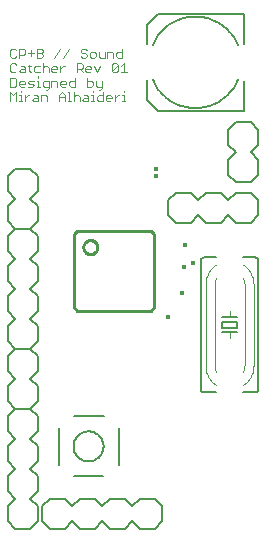
<source format=gto>
G75*
%MOIN*%
%OFA0B0*%
%FSLAX24Y24*%
%IPPOS*%
%LPD*%
%AMOC8*
5,1,8,0,0,1.08239X$1,22.5*
%
%ADD10C,0.0020*%
%ADD11C,0.0100*%
%ADD12R,0.0118X0.0118*%
%ADD13C,0.0080*%
%ADD14C,0.0060*%
D10*
X009082Y007743D02*
X009082Y010443D01*
X009382Y010443D02*
X009382Y007743D01*
X009383Y007705D01*
X009388Y007668D01*
X009395Y007631D01*
X009404Y007595D01*
X009417Y007559D01*
X009432Y007525D01*
X010332Y007082D02*
X010377Y007114D01*
X010419Y007150D01*
X010459Y007189D01*
X010496Y007231D01*
X010530Y007274D01*
X010561Y007321D01*
X010589Y007369D01*
X010613Y007419D01*
X010634Y007470D01*
X010651Y007523D01*
X010665Y007577D01*
X010674Y007632D01*
X010680Y007687D01*
X010682Y007743D01*
X010682Y010443D01*
X010382Y010443D02*
X010382Y007743D01*
X010381Y007705D01*
X010376Y007668D01*
X010369Y007631D01*
X010360Y007595D01*
X010347Y007559D01*
X010332Y007525D01*
X009432Y007082D02*
X009387Y007114D01*
X009345Y007150D01*
X009305Y007189D01*
X009268Y007230D01*
X009234Y007274D01*
X009203Y007321D01*
X009175Y007369D01*
X009151Y007419D01*
X009130Y007470D01*
X009113Y007523D01*
X009099Y007577D01*
X009090Y007632D01*
X009084Y007687D01*
X009082Y007743D01*
X009882Y008643D02*
X009882Y008843D01*
X009882Y009343D02*
X009882Y009543D01*
X010682Y010443D02*
X010680Y010499D01*
X010674Y010554D01*
X010665Y010609D01*
X010651Y010663D01*
X010634Y010716D01*
X010613Y010767D01*
X010589Y010817D01*
X010561Y010865D01*
X010530Y010912D01*
X010496Y010956D01*
X010459Y010997D01*
X010419Y011036D01*
X010377Y011072D01*
X010332Y011104D01*
X009432Y011104D02*
X009387Y011072D01*
X009345Y011036D01*
X009305Y010997D01*
X009268Y010955D01*
X009234Y010912D01*
X009203Y010865D01*
X009175Y010817D01*
X009151Y010767D01*
X009130Y010716D01*
X009113Y010663D01*
X009099Y010609D01*
X009090Y010554D01*
X009084Y010499D01*
X009082Y010443D01*
X009382Y010443D02*
X009383Y010481D01*
X009388Y010518D01*
X009395Y010555D01*
X009404Y010591D01*
X009417Y010627D01*
X009432Y010661D01*
X010332Y010661D02*
X010347Y010627D01*
X010360Y010591D01*
X010369Y010555D01*
X010376Y010518D01*
X010381Y010481D01*
X010382Y010443D01*
X006404Y016553D02*
X006304Y016553D01*
X006354Y016553D02*
X006354Y016753D01*
X006304Y016753D01*
X006209Y016753D02*
X006159Y016753D01*
X006059Y016653D01*
X005964Y016653D02*
X005764Y016653D01*
X005764Y016603D02*
X005764Y016703D01*
X005814Y016753D01*
X005914Y016753D01*
X005964Y016703D01*
X005964Y016653D01*
X005914Y016553D02*
X005814Y016553D01*
X005764Y016603D01*
X005670Y016553D02*
X005670Y016854D01*
X005670Y016753D02*
X005520Y016753D01*
X005469Y016703D01*
X005469Y016603D01*
X005520Y016553D01*
X005670Y016553D01*
X005570Y016933D02*
X005520Y016933D01*
X005570Y016933D02*
X005621Y016983D01*
X005621Y017233D01*
X005621Y017033D02*
X005470Y017033D01*
X005420Y017083D01*
X005420Y017233D01*
X005326Y017183D02*
X005326Y017083D01*
X005276Y017033D01*
X005126Y017033D01*
X005126Y017334D01*
X005126Y017233D02*
X005276Y017233D01*
X005326Y017183D01*
X005227Y017513D02*
X005127Y017513D01*
X005077Y017563D01*
X005077Y017663D01*
X005127Y017713D01*
X005227Y017713D01*
X005277Y017663D01*
X005277Y017613D01*
X005077Y017613D01*
X004982Y017663D02*
X004932Y017613D01*
X004782Y017613D01*
X004782Y017513D02*
X004782Y017814D01*
X004932Y017814D01*
X004982Y017764D01*
X004982Y017663D01*
X004882Y017613D02*
X004982Y017513D01*
X004737Y017334D02*
X004737Y017033D01*
X004586Y017033D01*
X004536Y017083D01*
X004536Y017183D01*
X004586Y017233D01*
X004737Y017233D01*
X004684Y016854D02*
X004684Y016553D01*
X004587Y016553D02*
X004487Y016553D01*
X004537Y016553D02*
X004537Y016854D01*
X004487Y016854D01*
X004393Y016753D02*
X004393Y016553D01*
X004393Y016703D02*
X004193Y016703D01*
X004193Y016753D02*
X004193Y016553D01*
X004193Y016753D02*
X004293Y016854D01*
X004393Y016753D01*
X004392Y017033D02*
X004292Y017033D01*
X004242Y017083D01*
X004242Y017183D01*
X004292Y017233D01*
X004392Y017233D01*
X004442Y017183D01*
X004442Y017133D01*
X004242Y017133D01*
X004147Y017183D02*
X004147Y017033D01*
X004147Y017183D02*
X004097Y017233D01*
X003947Y017233D01*
X003947Y017033D01*
X003853Y017033D02*
X003702Y017033D01*
X003652Y017083D01*
X003652Y017183D01*
X003702Y017233D01*
X003853Y017233D01*
X003853Y016983D01*
X003803Y016933D01*
X003753Y016933D01*
X003753Y016753D02*
X003804Y016703D01*
X003804Y016553D01*
X003753Y016753D02*
X003603Y016753D01*
X003603Y016553D01*
X003509Y016553D02*
X003359Y016553D01*
X003309Y016603D01*
X003359Y016653D01*
X003509Y016653D01*
X003509Y016703D02*
X003509Y016553D01*
X003509Y016703D02*
X003459Y016753D01*
X003359Y016753D01*
X003213Y016753D02*
X003163Y016753D01*
X003063Y016653D01*
X003063Y016553D02*
X003063Y016753D01*
X002967Y016553D02*
X002867Y016553D01*
X002917Y016553D02*
X002917Y016753D01*
X002867Y016753D01*
X002917Y016854D02*
X002917Y016904D01*
X002917Y017033D02*
X002867Y017083D01*
X002867Y017183D01*
X002917Y017233D01*
X003017Y017233D01*
X003067Y017183D01*
X003067Y017133D01*
X002867Y017133D01*
X002772Y017083D02*
X002772Y017284D01*
X002722Y017334D01*
X002572Y017334D01*
X002572Y017033D01*
X002722Y017033D01*
X002772Y017083D01*
X002917Y017033D02*
X003017Y017033D01*
X003161Y017033D02*
X003311Y017033D01*
X003362Y017083D01*
X003311Y017133D01*
X003211Y017133D01*
X003161Y017183D01*
X003211Y017233D01*
X003362Y017233D01*
X003456Y017233D02*
X003506Y017233D01*
X003506Y017033D01*
X003456Y017033D02*
X003556Y017033D01*
X003506Y017334D02*
X003506Y017384D01*
X003558Y017513D02*
X003408Y017513D01*
X003358Y017563D01*
X003358Y017663D01*
X003408Y017713D01*
X003558Y017713D01*
X003652Y017663D02*
X003702Y017713D01*
X003803Y017713D01*
X003853Y017663D01*
X003853Y017513D01*
X003947Y017563D02*
X003947Y017663D01*
X003997Y017713D01*
X004097Y017713D01*
X004147Y017663D01*
X004147Y017613D01*
X003947Y017613D01*
X003947Y017563D02*
X003997Y017513D01*
X004097Y017513D01*
X004242Y017513D02*
X004242Y017713D01*
X004242Y017613D02*
X004342Y017713D01*
X004392Y017713D01*
X004340Y017993D02*
X004540Y018294D01*
X004245Y018294D02*
X004045Y017993D01*
X003656Y018043D02*
X003606Y017993D01*
X003456Y017993D01*
X003456Y018294D01*
X003606Y018294D01*
X003656Y018244D01*
X003656Y018193D01*
X003606Y018143D01*
X003456Y018143D01*
X003362Y018143D02*
X003161Y018143D01*
X003067Y018143D02*
X003017Y018093D01*
X002867Y018093D01*
X002867Y017993D02*
X002867Y018294D01*
X003017Y018294D01*
X003067Y018244D01*
X003067Y018143D01*
X003261Y018244D02*
X003261Y018043D01*
X003211Y017764D02*
X003211Y017563D01*
X003261Y017513D01*
X003067Y017513D02*
X003067Y017663D01*
X003017Y017713D01*
X002917Y017713D01*
X002917Y017613D02*
X003067Y017613D01*
X003067Y017513D02*
X002917Y017513D01*
X002867Y017563D01*
X002917Y017613D01*
X002772Y017563D02*
X002722Y017513D01*
X002622Y017513D01*
X002572Y017563D01*
X002572Y017764D01*
X002622Y017814D01*
X002722Y017814D01*
X002772Y017764D01*
X002722Y017993D02*
X002622Y017993D01*
X002572Y018043D01*
X002572Y018244D01*
X002622Y018294D01*
X002722Y018294D01*
X002772Y018244D01*
X002772Y018043D02*
X002722Y017993D01*
X003161Y017713D02*
X003261Y017713D01*
X003656Y018093D02*
X003606Y018143D01*
X003656Y018093D02*
X003656Y018043D01*
X003652Y017814D02*
X003652Y017513D01*
X002772Y016854D02*
X002772Y016553D01*
X002672Y016753D02*
X002772Y016854D01*
X002672Y016753D02*
X002572Y016854D01*
X002572Y016553D01*
X004684Y016703D02*
X004734Y016753D01*
X004834Y016753D01*
X004884Y016703D01*
X004884Y016553D01*
X004978Y016603D02*
X005028Y016653D01*
X005179Y016653D01*
X005179Y016703D02*
X005179Y016553D01*
X005028Y016553D01*
X004978Y016603D01*
X005028Y016753D02*
X005129Y016753D01*
X005179Y016703D01*
X005273Y016753D02*
X005323Y016753D01*
X005323Y016553D01*
X005273Y016553D02*
X005373Y016553D01*
X005323Y016854D02*
X005323Y016904D01*
X005471Y017513D02*
X005571Y017713D01*
X005371Y017713D02*
X005471Y017513D01*
X005374Y017993D02*
X005274Y017993D01*
X005224Y018043D01*
X005224Y018143D01*
X005274Y018193D01*
X005374Y018193D01*
X005424Y018143D01*
X005424Y018043D01*
X005374Y017993D01*
X005519Y018043D02*
X005519Y018193D01*
X005519Y018043D02*
X005569Y017993D01*
X005719Y017993D01*
X005719Y018193D01*
X005813Y018193D02*
X005813Y017993D01*
X005813Y018193D02*
X005963Y018193D01*
X006013Y018143D01*
X006013Y017993D01*
X006108Y018043D02*
X006108Y018143D01*
X006158Y018193D01*
X006308Y018193D01*
X006308Y018294D02*
X006308Y017993D01*
X006158Y017993D01*
X006108Y018043D01*
X006111Y017814D02*
X006011Y017814D01*
X005961Y017764D01*
X005961Y017563D01*
X006161Y017764D01*
X006161Y017563D01*
X006111Y017513D01*
X006011Y017513D01*
X005961Y017563D01*
X006161Y017764D02*
X006111Y017814D01*
X006255Y017713D02*
X006355Y017814D01*
X006355Y017513D01*
X006255Y017513D02*
X006455Y017513D01*
X006354Y016904D02*
X006354Y016854D01*
X006059Y016753D02*
X006059Y016553D01*
X005079Y017993D02*
X004979Y017993D01*
X004929Y018043D01*
X004979Y018143D02*
X004929Y018193D01*
X004929Y018244D01*
X004979Y018294D01*
X005079Y018294D01*
X005129Y018244D01*
X005079Y018143D02*
X004979Y018143D01*
X005079Y018143D02*
X005129Y018093D01*
X005129Y018043D01*
X005079Y017993D01*
D11*
X004812Y012222D02*
X007253Y012222D01*
X007361Y012114D01*
X007361Y009673D01*
X007253Y009565D01*
X004812Y009565D01*
X004703Y009673D01*
X004703Y012114D01*
X004812Y012222D01*
X005009Y011681D02*
X005011Y011711D01*
X005017Y011741D01*
X005026Y011770D01*
X005039Y011797D01*
X005056Y011822D01*
X005075Y011845D01*
X005098Y011866D01*
X005123Y011883D01*
X005149Y011897D01*
X005178Y011907D01*
X005207Y011914D01*
X005237Y011917D01*
X005268Y011916D01*
X005298Y011911D01*
X005327Y011902D01*
X005354Y011890D01*
X005380Y011875D01*
X005404Y011856D01*
X005425Y011834D01*
X005443Y011810D01*
X005458Y011783D01*
X005469Y011755D01*
X005477Y011726D01*
X005481Y011696D01*
X005481Y011666D01*
X005477Y011636D01*
X005469Y011607D01*
X005458Y011579D01*
X005443Y011552D01*
X005425Y011528D01*
X005404Y011506D01*
X005380Y011487D01*
X005354Y011472D01*
X005327Y011460D01*
X005298Y011451D01*
X005268Y011446D01*
X005237Y011445D01*
X005207Y011448D01*
X005178Y011455D01*
X005149Y011465D01*
X005123Y011479D01*
X005098Y011496D01*
X005075Y011517D01*
X005056Y011540D01*
X005039Y011565D01*
X005026Y011592D01*
X005017Y011621D01*
X005011Y011651D01*
X005009Y011681D01*
D12*
X007432Y014043D03*
X007432Y014293D03*
X008382Y011743D03*
X008662Y011153D03*
X008352Y011033D03*
X008312Y010143D03*
X007832Y009343D03*
D13*
X002482Y002543D02*
X002732Y002293D01*
X003232Y002293D01*
X003482Y002543D01*
X003482Y003043D01*
X003232Y003293D01*
X003482Y003543D01*
X003482Y004043D01*
X003232Y004293D01*
X003482Y004543D01*
X003482Y005043D01*
X003232Y005293D01*
X003482Y005543D01*
X003482Y006043D01*
X003232Y006293D01*
X003482Y006543D01*
X003482Y007043D01*
X003232Y007293D01*
X003482Y007543D01*
X003482Y008043D01*
X003232Y008293D01*
X002732Y008293D01*
X002482Y008043D01*
X002482Y007543D01*
X002732Y007293D01*
X002482Y007043D01*
X002482Y006543D01*
X002732Y006293D01*
X003232Y006293D01*
X002732Y006293D01*
X002482Y006043D01*
X002482Y005543D01*
X002732Y005293D01*
X002482Y005043D01*
X002482Y004543D01*
X002732Y004293D01*
X002482Y004043D01*
X002482Y003543D01*
X002732Y003293D01*
X002482Y003043D01*
X002482Y002543D01*
X003632Y002543D02*
X003632Y003043D01*
X003882Y003293D01*
X004382Y003293D01*
X004632Y003043D01*
X004882Y003293D01*
X005382Y003293D01*
X005632Y003043D01*
X005882Y003293D01*
X006382Y003293D01*
X006632Y003043D01*
X006882Y003293D01*
X007382Y003293D01*
X007632Y003043D01*
X007632Y002543D01*
X007382Y002293D01*
X006882Y002293D01*
X006632Y002543D01*
X006382Y002293D01*
X005882Y002293D01*
X005632Y002543D01*
X005382Y002293D01*
X004882Y002293D01*
X004632Y002543D01*
X004382Y002293D01*
X003882Y002293D01*
X003632Y002543D01*
X004694Y004043D02*
X005670Y004043D01*
X006182Y004437D02*
X006182Y005650D01*
X005682Y006043D02*
X004694Y006043D01*
X004182Y005650D02*
X004182Y004437D01*
X004682Y005043D02*
X004684Y005087D01*
X004690Y005131D01*
X004700Y005174D01*
X004713Y005216D01*
X004730Y005257D01*
X004751Y005296D01*
X004775Y005333D01*
X004802Y005368D01*
X004832Y005400D01*
X004865Y005430D01*
X004901Y005456D01*
X004938Y005480D01*
X004978Y005499D01*
X005019Y005516D01*
X005062Y005528D01*
X005105Y005537D01*
X005149Y005542D01*
X005193Y005543D01*
X005237Y005540D01*
X005281Y005533D01*
X005324Y005522D01*
X005366Y005508D01*
X005406Y005490D01*
X005445Y005468D01*
X005481Y005444D01*
X005515Y005416D01*
X005547Y005385D01*
X005576Y005351D01*
X005602Y005315D01*
X005624Y005277D01*
X005643Y005237D01*
X005658Y005195D01*
X005670Y005153D01*
X005678Y005109D01*
X005682Y005065D01*
X005682Y005021D01*
X005678Y004977D01*
X005670Y004933D01*
X005658Y004891D01*
X005643Y004849D01*
X005624Y004809D01*
X005602Y004771D01*
X005576Y004735D01*
X005547Y004701D01*
X005515Y004670D01*
X005481Y004642D01*
X005445Y004618D01*
X005406Y004596D01*
X005366Y004578D01*
X005324Y004564D01*
X005281Y004553D01*
X005237Y004546D01*
X005193Y004543D01*
X005149Y004544D01*
X005105Y004549D01*
X005062Y004558D01*
X005019Y004570D01*
X004978Y004587D01*
X004938Y004606D01*
X004901Y004630D01*
X004865Y004656D01*
X004832Y004686D01*
X004802Y004718D01*
X004775Y004753D01*
X004751Y004790D01*
X004730Y004829D01*
X004713Y004870D01*
X004700Y004912D01*
X004690Y004955D01*
X004684Y004999D01*
X004682Y005043D01*
X003232Y008293D02*
X002732Y008293D01*
X002482Y008543D01*
X002482Y009043D01*
X002732Y009293D01*
X002482Y009543D01*
X002482Y010043D01*
X002732Y010293D01*
X002482Y010543D01*
X002482Y011043D01*
X002732Y011293D01*
X002482Y011543D01*
X002482Y012043D01*
X002732Y012293D01*
X003232Y012293D01*
X003482Y012043D01*
X003482Y011543D01*
X003232Y011293D01*
X003482Y011043D01*
X003482Y010543D01*
X003232Y010293D01*
X003482Y010043D01*
X003482Y009543D01*
X003232Y009293D01*
X003482Y009043D01*
X003482Y008543D01*
X003232Y008293D01*
X003232Y012293D02*
X002732Y012293D01*
X002482Y012543D01*
X002482Y013043D01*
X002732Y013293D01*
X002482Y013543D01*
X002482Y014043D01*
X002732Y014293D01*
X003232Y014293D01*
X003482Y014043D01*
X003482Y013543D01*
X003232Y013293D01*
X003482Y013043D01*
X003482Y012543D01*
X003232Y012293D01*
X007482Y016229D02*
X007128Y016583D01*
X007128Y017253D01*
X007482Y016229D02*
X010356Y016229D01*
X010356Y017233D01*
X010356Y018454D02*
X010356Y019457D01*
X007482Y019457D01*
X007128Y019103D01*
X007128Y018454D01*
X007325Y017272D02*
X007355Y017201D01*
X007390Y017132D01*
X007427Y017065D01*
X007468Y016999D01*
X007512Y016936D01*
X007560Y016875D01*
X007610Y016816D01*
X007664Y016760D01*
X007720Y016707D01*
X007778Y016657D01*
X007839Y016610D01*
X007903Y016566D01*
X007969Y016525D01*
X008036Y016488D01*
X008105Y016454D01*
X008176Y016424D01*
X008249Y016397D01*
X008323Y016374D01*
X008397Y016354D01*
X008473Y016339D01*
X008549Y016327D01*
X008626Y016319D01*
X008703Y016315D01*
X008781Y016315D01*
X008858Y016319D01*
X008935Y016327D01*
X009011Y016339D01*
X009087Y016354D01*
X009161Y016374D01*
X009235Y016397D01*
X009308Y016424D01*
X009379Y016454D01*
X009448Y016488D01*
X009515Y016525D01*
X009581Y016566D01*
X009645Y016610D01*
X009706Y016657D01*
X009764Y016707D01*
X009820Y016760D01*
X009874Y016816D01*
X009924Y016875D01*
X009972Y016936D01*
X010016Y016999D01*
X010057Y017065D01*
X010094Y017132D01*
X010129Y017201D01*
X010159Y017272D01*
X010082Y015843D02*
X009832Y015593D01*
X009832Y015093D01*
X010082Y014843D01*
X009832Y014593D01*
X009832Y014093D01*
X010082Y013843D01*
X010582Y013843D01*
X010832Y014093D01*
X010832Y014593D01*
X010582Y014843D01*
X010832Y015093D01*
X010832Y015593D01*
X010582Y015843D01*
X010082Y015843D01*
X010082Y013493D02*
X010582Y013493D01*
X010832Y013243D01*
X010832Y012743D01*
X010582Y012493D01*
X010082Y012493D01*
X009832Y012743D01*
X009582Y012493D01*
X009082Y012493D01*
X008832Y012743D01*
X008582Y012493D01*
X008082Y012493D01*
X007832Y012743D01*
X007832Y013243D01*
X008082Y013493D01*
X008582Y013493D01*
X008832Y013243D01*
X009082Y013493D01*
X009582Y013493D01*
X009832Y013243D01*
X010082Y013493D01*
X010159Y018414D02*
X010129Y018485D01*
X010094Y018554D01*
X010057Y018621D01*
X010016Y018687D01*
X009972Y018750D01*
X009924Y018811D01*
X009874Y018870D01*
X009820Y018926D01*
X009764Y018979D01*
X009706Y019029D01*
X009645Y019076D01*
X009581Y019120D01*
X009515Y019161D01*
X009448Y019198D01*
X009379Y019232D01*
X009308Y019262D01*
X009235Y019289D01*
X009161Y019312D01*
X009087Y019332D01*
X009011Y019347D01*
X008935Y019359D01*
X008858Y019367D01*
X008781Y019371D01*
X008703Y019371D01*
X008626Y019367D01*
X008549Y019359D01*
X008473Y019347D01*
X008397Y019332D01*
X008323Y019312D01*
X008249Y019289D01*
X008176Y019262D01*
X008105Y019232D01*
X008036Y019198D01*
X007969Y019161D01*
X007903Y019120D01*
X007839Y019076D01*
X007778Y019029D01*
X007720Y018979D01*
X007664Y018926D01*
X007610Y018870D01*
X007560Y018811D01*
X007512Y018750D01*
X007468Y018687D01*
X007427Y018621D01*
X007390Y018554D01*
X007355Y018485D01*
X007325Y018414D01*
D14*
X009032Y011343D02*
X009432Y011343D01*
X009032Y011343D02*
X009015Y011341D01*
X008998Y011337D01*
X008982Y011330D01*
X008968Y011320D01*
X008955Y011307D01*
X008945Y011293D01*
X008938Y011277D01*
X008934Y011260D01*
X008932Y011243D01*
X008932Y006943D01*
X008934Y006926D01*
X008938Y006909D01*
X008945Y006893D01*
X008955Y006879D01*
X008968Y006866D01*
X008982Y006856D01*
X008998Y006849D01*
X009015Y006845D01*
X009032Y006843D01*
X009432Y006843D01*
X010332Y006843D02*
X010732Y006843D01*
X010749Y006845D01*
X010766Y006849D01*
X010782Y006856D01*
X010796Y006866D01*
X010809Y006879D01*
X010819Y006893D01*
X010826Y006909D01*
X010830Y006926D01*
X010832Y006943D01*
X010832Y011243D01*
X010830Y011260D01*
X010826Y011277D01*
X010819Y011293D01*
X010809Y011307D01*
X010796Y011320D01*
X010782Y011330D01*
X010766Y011337D01*
X010749Y011341D01*
X010732Y011343D01*
X010332Y011343D01*
X010132Y009343D02*
X009882Y009343D01*
X009632Y009343D01*
X009632Y009193D02*
X009632Y008993D01*
X010132Y008993D01*
X010132Y009193D01*
X009632Y009193D01*
X009632Y008843D02*
X009882Y008843D01*
X010132Y008843D01*
M02*

</source>
